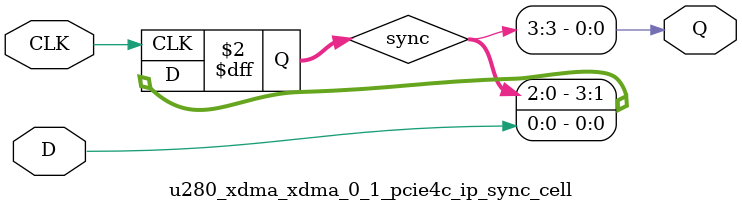
<source format=v>

`timescale 1ps / 1ps

(* DowngradeIPIdentifiedWarnings = "yes" *)
module u280_xdma_xdma_0_1_pcie4c_ip_sync_cell #
(
    parameter integer STAGE = 3
)
(
    //-------------------------------------------------------------------------- 
    //  Input Ports
    //-------------------------------------------------------------------------- 
    input                               CLK,
    input                               D,
    
    //-------------------------------------------------------------------------- 
    //  Output Ports
    //-------------------------------------------------------------------------- 
    output                              Q
);
    //-------------------------------------------------------------------------- 
    //  Synchronized Signals
    //--------------------------------------------------------------------------  
    (* ASYNC_REG = "TRUE", SHIFT_EXTRACT = "NO" *) reg [STAGE:0] sync;                                                            



//--------------------------------------------------------------------------------------------------
//  Synchronizier
//--------------------------------------------------------------------------------------------------
always @ (posedge CLK)
begin

    sync <= {sync[(STAGE-1):0], D};
            
end   



//--------------------------------------------------------------------------------------------------
//  Generate Output
//--------------------------------------------------------------------------------------------------
assign Q = sync[STAGE];



endmodule

</source>
